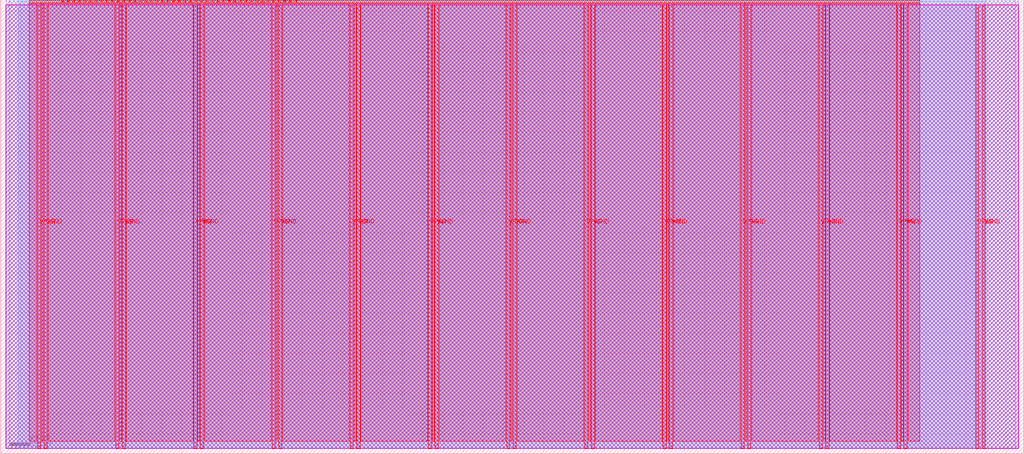
<source format=lef>
VERSION 5.7 ;
  NOWIREEXTENSIONATPIN ON ;
  DIVIDERCHAR "/" ;
  BUSBITCHARS "[]" ;
MACRO tt_um_MichaelBell_tinyQV
  CLASS BLOCK ;
  FOREIGN tt_um_MichaelBell_tinyQV ;
  ORIGIN 0.000 0.000 ;
  SIZE 508.760 BY 225.760 ;
  PIN VGND
    DIRECTION INOUT ;
    USE GROUND ;
    PORT
      LAYER met4 ;
        RECT 21.580 2.480 23.180 223.280 ;
    END
    PORT
      LAYER met4 ;
        RECT 60.450 2.480 62.050 223.280 ;
    END
    PORT
      LAYER met4 ;
        RECT 99.320 2.480 100.920 223.280 ;
    END
    PORT
      LAYER met4 ;
        RECT 138.190 2.480 139.790 223.280 ;
    END
    PORT
      LAYER met4 ;
        RECT 177.060 2.480 178.660 223.280 ;
    END
    PORT
      LAYER met4 ;
        RECT 215.930 2.480 217.530 223.280 ;
    END
    PORT
      LAYER met4 ;
        RECT 254.800 2.480 256.400 223.280 ;
    END
    PORT
      LAYER met4 ;
        RECT 293.670 2.480 295.270 223.280 ;
    END
    PORT
      LAYER met4 ;
        RECT 332.540 2.480 334.140 223.280 ;
    END
    PORT
      LAYER met4 ;
        RECT 371.410 2.480 373.010 223.280 ;
    END
    PORT
      LAYER met4 ;
        RECT 410.280 2.480 411.880 223.280 ;
    END
    PORT
      LAYER met4 ;
        RECT 449.150 2.480 450.750 223.280 ;
    END
    PORT
      LAYER met4 ;
        RECT 488.020 2.480 489.620 223.280 ;
    END
  END VGND
  PIN VPWR
    DIRECTION INOUT ;
    USE POWER ;
    PORT
      LAYER met4 ;
        RECT 18.280 2.480 19.880 223.280 ;
    END
    PORT
      LAYER met4 ;
        RECT 57.150 2.480 58.750 223.280 ;
    END
    PORT
      LAYER met4 ;
        RECT 96.020 2.480 97.620 223.280 ;
    END
    PORT
      LAYER met4 ;
        RECT 134.890 2.480 136.490 223.280 ;
    END
    PORT
      LAYER met4 ;
        RECT 173.760 2.480 175.360 223.280 ;
    END
    PORT
      LAYER met4 ;
        RECT 212.630 2.480 214.230 223.280 ;
    END
    PORT
      LAYER met4 ;
        RECT 251.500 2.480 253.100 223.280 ;
    END
    PORT
      LAYER met4 ;
        RECT 290.370 2.480 291.970 223.280 ;
    END
    PORT
      LAYER met4 ;
        RECT 329.240 2.480 330.840 223.280 ;
    END
    PORT
      LAYER met4 ;
        RECT 368.110 2.480 369.710 223.280 ;
    END
    PORT
      LAYER met4 ;
        RECT 406.980 2.480 408.580 223.280 ;
    END
    PORT
      LAYER met4 ;
        RECT 445.850 2.480 447.450 223.280 ;
    END
    PORT
      LAYER met4 ;
        RECT 484.720 2.480 486.320 223.280 ;
    END
  END VPWR
  PIN clk
    DIRECTION INPUT ;
    USE SIGNAL ;
    ANTENNAGATEAREA 0.852000 ;
    PORT
      LAYER met4 ;
        RECT 143.830 224.760 144.130 225.760 ;
    END
  END clk
  PIN ena
    DIRECTION INPUT ;
    USE SIGNAL ;
    PORT
      LAYER met4 ;
        RECT 146.590 224.760 146.890 225.760 ;
    END
  END ena
  PIN rst_n
    DIRECTION INPUT ;
    USE SIGNAL ;
    ANTENNAGATEAREA 0.213000 ;
    PORT
      LAYER met4 ;
        RECT 141.070 224.760 141.370 225.760 ;
    END
  END rst_n
  PIN ui_in[0]
    DIRECTION INPUT ;
    USE SIGNAL ;
    ANTENNAGATEAREA 0.159000 ;
    PORT
      LAYER met4 ;
        RECT 138.310 224.760 138.610 225.760 ;
    END
  END ui_in[0]
  PIN ui_in[1]
    DIRECTION INPUT ;
    USE SIGNAL ;
    ANTENNAGATEAREA 0.159000 ;
    PORT
      LAYER met4 ;
        RECT 135.550 224.760 135.850 225.760 ;
    END
  END ui_in[1]
  PIN ui_in[2]
    DIRECTION INPUT ;
    USE SIGNAL ;
    ANTENNAGATEAREA 0.196500 ;
    PORT
      LAYER met4 ;
        RECT 132.790 224.760 133.090 225.760 ;
    END
  END ui_in[2]
  PIN ui_in[3]
    DIRECTION INPUT ;
    USE SIGNAL ;
    ANTENNAGATEAREA 0.247500 ;
    PORT
      LAYER met4 ;
        RECT 130.030 224.760 130.330 225.760 ;
    END
  END ui_in[3]
  PIN ui_in[4]
    DIRECTION INPUT ;
    USE SIGNAL ;
    ANTENNAGATEAREA 0.990000 ;
    PORT
      LAYER met4 ;
        RECT 127.270 224.760 127.570 225.760 ;
    END
  END ui_in[4]
  PIN ui_in[5]
    DIRECTION INPUT ;
    USE SIGNAL ;
    ANTENNAGATEAREA 0.159000 ;
    PORT
      LAYER met4 ;
        RECT 124.510 224.760 124.810 225.760 ;
    END
  END ui_in[5]
  PIN ui_in[6]
    DIRECTION INPUT ;
    USE SIGNAL ;
    ANTENNAGATEAREA 0.213000 ;
    PORT
      LAYER met4 ;
        RECT 121.750 224.760 122.050 225.760 ;
    END
  END ui_in[6]
  PIN ui_in[7]
    DIRECTION INPUT ;
    USE SIGNAL ;
    ANTENNAGATEAREA 0.196500 ;
    PORT
      LAYER met4 ;
        RECT 118.990 224.760 119.290 225.760 ;
    END
  END ui_in[7]
  PIN uio_in[0]
    DIRECTION INPUT ;
    USE SIGNAL ;
    PORT
      LAYER met4 ;
        RECT 116.230 224.760 116.530 225.760 ;
    END
  END uio_in[0]
  PIN uio_in[1]
    DIRECTION INPUT ;
    USE SIGNAL ;
    ANTENNAGATEAREA 0.196500 ;
    PORT
      LAYER met4 ;
        RECT 113.470 224.760 113.770 225.760 ;
    END
  END uio_in[1]
  PIN uio_in[2]
    DIRECTION INPUT ;
    USE SIGNAL ;
    ANTENNAGATEAREA 0.126000 ;
    PORT
      LAYER met4 ;
        RECT 110.710 224.760 111.010 225.760 ;
    END
  END uio_in[2]
  PIN uio_in[3]
    DIRECTION INPUT ;
    USE SIGNAL ;
    PORT
      LAYER met4 ;
        RECT 107.950 224.760 108.250 225.760 ;
    END
  END uio_in[3]
  PIN uio_in[4]
    DIRECTION INPUT ;
    USE SIGNAL ;
    ANTENNAGATEAREA 0.126000 ;
    PORT
      LAYER met4 ;
        RECT 105.190 224.760 105.490 225.760 ;
    END
  END uio_in[4]
  PIN uio_in[5]
    DIRECTION INPUT ;
    USE SIGNAL ;
    ANTENNAGATEAREA 0.196500 ;
    PORT
      LAYER met4 ;
        RECT 102.430 224.760 102.730 225.760 ;
    END
  END uio_in[5]
  PIN uio_in[6]
    DIRECTION INPUT ;
    USE SIGNAL ;
    PORT
      LAYER met4 ;
        RECT 99.670 224.760 99.970 225.760 ;
    END
  END uio_in[6]
  PIN uio_in[7]
    DIRECTION INPUT ;
    USE SIGNAL ;
    PORT
      LAYER met4 ;
        RECT 96.910 224.760 97.210 225.760 ;
    END
  END uio_in[7]
  PIN uio_oe[0]
    DIRECTION OUTPUT ;
    USE SIGNAL ;
    ANTENNADIFFAREA 0.445500 ;
    PORT
      LAYER met4 ;
        RECT 49.990 224.760 50.290 225.760 ;
    END
  END uio_oe[0]
  PIN uio_oe[1]
    DIRECTION OUTPUT ;
    USE SIGNAL ;
    ANTENNADIFFAREA 0.445500 ;
    PORT
      LAYER met4 ;
        RECT 47.230 224.760 47.530 225.760 ;
    END
  END uio_oe[1]
  PIN uio_oe[2]
    DIRECTION OUTPUT ;
    USE SIGNAL ;
    ANTENNADIFFAREA 0.445500 ;
    PORT
      LAYER met4 ;
        RECT 44.470 224.760 44.770 225.760 ;
    END
  END uio_oe[2]
  PIN uio_oe[3]
    DIRECTION OUTPUT ;
    USE SIGNAL ;
    ANTENNADIFFAREA 0.445500 ;
    PORT
      LAYER met4 ;
        RECT 41.710 224.760 42.010 225.760 ;
    END
  END uio_oe[3]
  PIN uio_oe[4]
    DIRECTION OUTPUT ;
    USE SIGNAL ;
    ANTENNADIFFAREA 0.445500 ;
    PORT
      LAYER met4 ;
        RECT 38.950 224.760 39.250 225.760 ;
    END
  END uio_oe[4]
  PIN uio_oe[5]
    DIRECTION OUTPUT ;
    USE SIGNAL ;
    ANTENNAGATEAREA 0.477000 ;
    ANTENNADIFFAREA 0.924000 ;
    PORT
      LAYER met4 ;
        RECT 36.190 224.760 36.490 225.760 ;
    END
  END uio_oe[5]
  PIN uio_oe[6]
    DIRECTION OUTPUT ;
    USE SIGNAL ;
    ANTENNADIFFAREA 0.445500 ;
    PORT
      LAYER met4 ;
        RECT 33.430 224.760 33.730 225.760 ;
    END
  END uio_oe[6]
  PIN uio_oe[7]
    DIRECTION OUTPUT ;
    USE SIGNAL ;
    ANTENNADIFFAREA 0.445500 ;
    PORT
      LAYER met4 ;
        RECT 30.670 224.760 30.970 225.760 ;
    END
  END uio_oe[7]
  PIN uio_out[0]
    DIRECTION OUTPUT ;
    USE SIGNAL ;
    ANTENNADIFFAREA 0.795200 ;
    PORT
      LAYER met4 ;
        RECT 72.070 224.760 72.370 225.760 ;
    END
  END uio_out[0]
  PIN uio_out[1]
    DIRECTION OUTPUT ;
    USE SIGNAL ;
    ANTENNADIFFAREA 0.933750 ;
    PORT
      LAYER met4 ;
        RECT 69.310 224.760 69.610 225.760 ;
    END
  END uio_out[1]
  PIN uio_out[2]
    DIRECTION OUTPUT ;
    USE SIGNAL ;
    ANTENNADIFFAREA 0.924000 ;
    PORT
      LAYER met4 ;
        RECT 66.550 224.760 66.850 225.760 ;
    END
  END uio_out[2]
  PIN uio_out[3]
    DIRECTION OUTPUT ;
    USE SIGNAL ;
    ANTENNADIFFAREA 1.782000 ;
    PORT
      LAYER met4 ;
        RECT 63.790 224.760 64.090 225.760 ;
    END
  END uio_out[3]
  PIN uio_out[4]
    DIRECTION OUTPUT ;
    USE SIGNAL ;
    ANTENNADIFFAREA 0.891000 ;
    PORT
      LAYER met4 ;
        RECT 61.030 224.760 61.330 225.760 ;
    END
  END uio_out[4]
  PIN uio_out[5]
    DIRECTION OUTPUT ;
    USE SIGNAL ;
    ANTENNADIFFAREA 0.924000 ;
    PORT
      LAYER met4 ;
        RECT 58.270 224.760 58.570 225.760 ;
    END
  END uio_out[5]
  PIN uio_out[6]
    DIRECTION OUTPUT ;
    USE SIGNAL ;
    ANTENNADIFFAREA 0.795200 ;
    PORT
      LAYER met4 ;
        RECT 55.510 224.760 55.810 225.760 ;
    END
  END uio_out[6]
  PIN uio_out[7]
    DIRECTION OUTPUT ;
    USE SIGNAL ;
    ANTENNADIFFAREA 0.445500 ;
    PORT
      LAYER met4 ;
        RECT 52.750 224.760 53.050 225.760 ;
    END
  END uio_out[7]
  PIN uo_out[0]
    DIRECTION OUTPUT ;
    USE SIGNAL ;
    ANTENNAGATEAREA 0.247500 ;
    ANTENNADIFFAREA 0.891000 ;
    PORT
      LAYER met4 ;
        RECT 94.150 224.760 94.450 225.760 ;
    END
  END uo_out[0]
  PIN uo_out[1]
    DIRECTION OUTPUT ;
    USE SIGNAL ;
    ANTENNAGATEAREA 0.247500 ;
    ANTENNADIFFAREA 0.891000 ;
    PORT
      LAYER met4 ;
        RECT 91.390 224.760 91.690 225.760 ;
    END
  END uo_out[1]
  PIN uo_out[2]
    DIRECTION OUTPUT ;
    USE SIGNAL ;
    ANTENNAGATEAREA 0.247500 ;
    ANTENNADIFFAREA 0.891000 ;
    PORT
      LAYER met4 ;
        RECT 88.630 224.760 88.930 225.760 ;
    END
  END uo_out[2]
  PIN uo_out[3]
    DIRECTION OUTPUT ;
    USE SIGNAL ;
    ANTENNAGATEAREA 0.247500 ;
    ANTENNADIFFAREA 0.891000 ;
    PORT
      LAYER met4 ;
        RECT 85.870 224.760 86.170 225.760 ;
    END
  END uo_out[3]
  PIN uo_out[4]
    DIRECTION OUTPUT ;
    USE SIGNAL ;
    ANTENNAGATEAREA 0.247500 ;
    ANTENNADIFFAREA 0.891000 ;
    PORT
      LAYER met4 ;
        RECT 83.110 224.760 83.410 225.760 ;
    END
  END uo_out[4]
  PIN uo_out[5]
    DIRECTION OUTPUT ;
    USE SIGNAL ;
    ANTENNAGATEAREA 0.247500 ;
    ANTENNADIFFAREA 0.891000 ;
    PORT
      LAYER met4 ;
        RECT 80.350 224.760 80.650 225.760 ;
    END
  END uo_out[5]
  PIN uo_out[6]
    DIRECTION OUTPUT ;
    USE SIGNAL ;
    ANTENNAGATEAREA 0.247500 ;
    ANTENNADIFFAREA 0.891000 ;
    PORT
      LAYER met4 ;
        RECT 77.590 224.760 77.890 225.760 ;
    END
  END uo_out[6]
  PIN uo_out[7]
    DIRECTION OUTPUT ;
    USE SIGNAL ;
    ANTENNAGATEAREA 0.247500 ;
    ANTENNADIFFAREA 0.891000 ;
    PORT
      LAYER met4 ;
        RECT 74.830 224.760 75.130 225.760 ;
    END
  END uo_out[7]
  OBS
      LAYER nwell ;
        RECT 2.570 2.635 506.190 223.230 ;
      LAYER li1 ;
        RECT 2.760 2.635 506.000 223.125 ;
      LAYER met1 ;
        RECT 2.760 2.480 506.000 225.720 ;
      LAYER met2 ;
        RECT 4.240 2.535 504.520 225.750 ;
      LAYER met3 ;
        RECT 8.805 2.555 489.610 224.905 ;
      LAYER met4 ;
        RECT 14.095 224.360 30.270 225.410 ;
        RECT 31.370 224.360 33.030 225.410 ;
        RECT 34.130 224.360 35.790 225.410 ;
        RECT 36.890 224.360 38.550 225.410 ;
        RECT 39.650 224.360 41.310 225.410 ;
        RECT 42.410 224.360 44.070 225.410 ;
        RECT 45.170 224.360 46.830 225.410 ;
        RECT 47.930 224.360 49.590 225.410 ;
        RECT 50.690 224.360 52.350 225.410 ;
        RECT 53.450 224.360 55.110 225.410 ;
        RECT 56.210 224.360 57.870 225.410 ;
        RECT 58.970 224.360 60.630 225.410 ;
        RECT 61.730 224.360 63.390 225.410 ;
        RECT 64.490 224.360 66.150 225.410 ;
        RECT 67.250 224.360 68.910 225.410 ;
        RECT 70.010 224.360 71.670 225.410 ;
        RECT 72.770 224.360 74.430 225.410 ;
        RECT 75.530 224.360 77.190 225.410 ;
        RECT 78.290 224.360 79.950 225.410 ;
        RECT 81.050 224.360 82.710 225.410 ;
        RECT 83.810 224.360 85.470 225.410 ;
        RECT 86.570 224.360 88.230 225.410 ;
        RECT 89.330 224.360 90.990 225.410 ;
        RECT 92.090 224.360 93.750 225.410 ;
        RECT 94.850 224.360 96.510 225.410 ;
        RECT 97.610 224.360 99.270 225.410 ;
        RECT 100.370 224.360 102.030 225.410 ;
        RECT 103.130 224.360 104.790 225.410 ;
        RECT 105.890 224.360 107.550 225.410 ;
        RECT 108.650 224.360 110.310 225.410 ;
        RECT 111.410 224.360 113.070 225.410 ;
        RECT 114.170 224.360 115.830 225.410 ;
        RECT 116.930 224.360 118.590 225.410 ;
        RECT 119.690 224.360 121.350 225.410 ;
        RECT 122.450 224.360 124.110 225.410 ;
        RECT 125.210 224.360 126.870 225.410 ;
        RECT 127.970 224.360 129.630 225.410 ;
        RECT 130.730 224.360 132.390 225.410 ;
        RECT 133.490 224.360 135.150 225.410 ;
        RECT 136.250 224.360 137.910 225.410 ;
        RECT 139.010 224.360 140.670 225.410 ;
        RECT 141.770 224.360 143.430 225.410 ;
        RECT 144.530 224.360 146.190 225.410 ;
        RECT 147.290 224.360 456.945 225.410 ;
        RECT 14.095 223.680 456.945 224.360 ;
        RECT 14.095 6.295 17.880 223.680 ;
        RECT 20.280 6.295 21.180 223.680 ;
        RECT 23.580 6.295 56.750 223.680 ;
        RECT 59.150 6.295 60.050 223.680 ;
        RECT 62.450 6.295 95.620 223.680 ;
        RECT 98.020 6.295 98.920 223.680 ;
        RECT 101.320 6.295 134.490 223.680 ;
        RECT 136.890 6.295 137.790 223.680 ;
        RECT 140.190 6.295 173.360 223.680 ;
        RECT 175.760 6.295 176.660 223.680 ;
        RECT 179.060 6.295 212.230 223.680 ;
        RECT 214.630 6.295 215.530 223.680 ;
        RECT 217.930 6.295 251.100 223.680 ;
        RECT 253.500 6.295 254.400 223.680 ;
        RECT 256.800 6.295 289.970 223.680 ;
        RECT 292.370 6.295 293.270 223.680 ;
        RECT 295.670 6.295 328.840 223.680 ;
        RECT 331.240 6.295 332.140 223.680 ;
        RECT 334.540 6.295 367.710 223.680 ;
        RECT 370.110 6.295 371.010 223.680 ;
        RECT 373.410 6.295 406.580 223.680 ;
        RECT 408.980 6.295 409.880 223.680 ;
        RECT 412.280 6.295 445.450 223.680 ;
        RECT 447.850 6.295 448.750 223.680 ;
        RECT 451.150 6.295 456.945 223.680 ;
  END
END tt_um_MichaelBell_tinyQV
END LIBRARY


</source>
